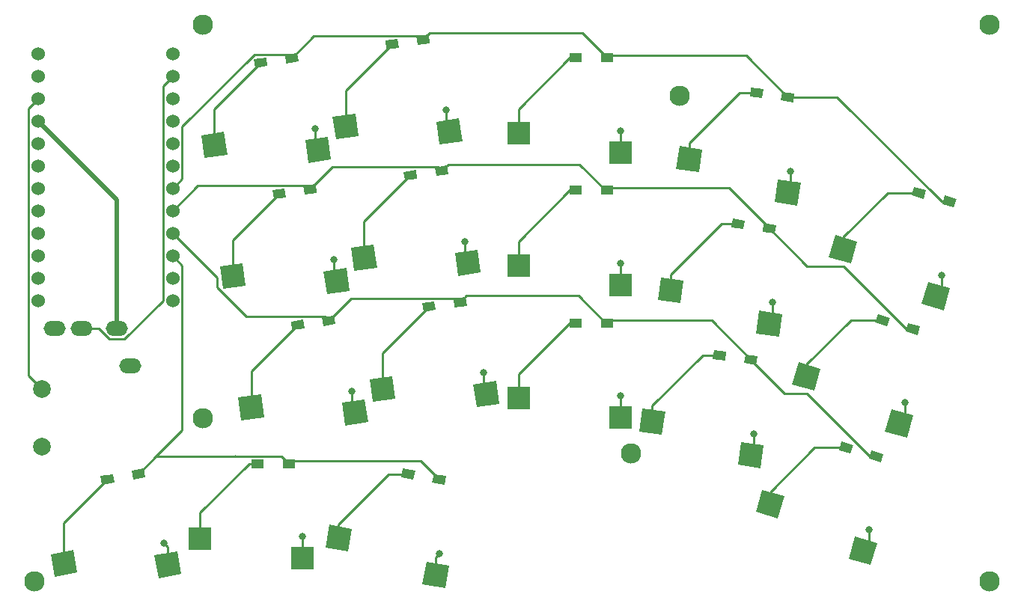
<source format=gbr>
G04 #@! TF.GenerationSoftware,KiCad,Pcbnew,(5.1.9)-1*
G04 #@! TF.CreationDate,2021-03-07T06:52:57-05:00*
G04 #@! TF.ProjectId,ya36,79613336-2e6b-4696-9361-645f70636258,rev?*
G04 #@! TF.SameCoordinates,Original*
G04 #@! TF.FileFunction,Copper,L2,Bot*
G04 #@! TF.FilePolarity,Positive*
%FSLAX46Y46*%
G04 Gerber Fmt 4.6, Leading zero omitted, Abs format (unit mm)*
G04 Created by KiCad (PCBNEW (5.1.9)-1) date 2021-03-07 06:52:57*
%MOMM*%
%LPD*%
G01*
G04 APERTURE LIST*
G04 #@! TA.AperFunction,SMDPad,CuDef*
%ADD10C,0.100000*%
G04 #@! TD*
G04 #@! TA.AperFunction,ComponentPad*
%ADD11C,0.800000*%
G04 #@! TD*
G04 #@! TA.AperFunction,SMDPad,CuDef*
%ADD12R,2.600000X2.600000*%
G04 #@! TD*
G04 #@! TA.AperFunction,ComponentPad*
%ADD13C,1.524000*%
G04 #@! TD*
G04 #@! TA.AperFunction,ComponentPad*
%ADD14C,2.300000*%
G04 #@! TD*
G04 #@! TA.AperFunction,SMDPad,CuDef*
%ADD15R,1.400000X1.000000*%
G04 #@! TD*
G04 #@! TA.AperFunction,ComponentPad*
%ADD16C,2.000000*%
G04 #@! TD*
G04 #@! TA.AperFunction,ComponentPad*
%ADD17O,2.500000X1.700000*%
G04 #@! TD*
G04 #@! TA.AperFunction,Conductor*
%ADD18C,0.250000*%
G04 #@! TD*
G04 #@! TA.AperFunction,Conductor*
%ADD19C,0.500000*%
G04 #@! TD*
G04 APERTURE END LIST*
G04 #@! TA.AperFunction,SMDPad,CuDef*
D10*
G36*
X236575051Y-107134069D02*
G01*
X237291708Y-104634788D01*
X239790989Y-105351445D01*
X239074332Y-107850726D01*
X236575051Y-107134069D01*
G37*
G04 #@! TD.AperFunction*
G04 #@! TA.AperFunction,SMDPad,CuDef*
G36*
X247071222Y-112432456D02*
G01*
X247787879Y-109933175D01*
X250287160Y-110649832D01*
X249570503Y-113149113D01*
X247071222Y-112432456D01*
G37*
G04 #@! TD.AperFunction*
D11*
X249354502Y-109186053D03*
G04 #@! TA.AperFunction,SMDPad,CuDef*
D10*
G36*
X255853961Y-70738139D02*
G01*
X255578324Y-71699401D01*
X254232557Y-71313509D01*
X254508194Y-70352247D01*
X255853961Y-70738139D01*
G37*
G04 #@! TD.AperFunction*
G04 #@! TA.AperFunction,SMDPad,CuDef*
G36*
X259266441Y-71716651D02*
G01*
X258990804Y-72677913D01*
X257645037Y-72292021D01*
X257920674Y-71330759D01*
X259266441Y-71716651D01*
G37*
G04 #@! TD.AperFunction*
G04 #@! TA.AperFunction,SMDPad,CuDef*
G36*
X237427428Y-59297460D02*
G01*
X237288255Y-60287728D01*
X235901880Y-60092886D01*
X236041053Y-59102618D01*
X237427428Y-59297460D01*
G37*
G04 #@! TD.AperFunction*
G04 #@! TA.AperFunction,SMDPad,CuDef*
G36*
X240942880Y-59791524D02*
G01*
X240803707Y-60781792D01*
X239417332Y-60586950D01*
X239556505Y-59596682D01*
X240942880Y-59791524D01*
G37*
G04 #@! TD.AperFunction*
G04 #@! TA.AperFunction,SMDPad,CuDef*
G36*
X251719400Y-85157064D02*
G01*
X251443763Y-86118326D01*
X250097996Y-85732434D01*
X250373633Y-84771172D01*
X251719400Y-85157064D01*
G37*
G04 #@! TD.AperFunction*
G04 #@! TA.AperFunction,SMDPad,CuDef*
G36*
X255131880Y-86135576D02*
G01*
X254856243Y-87096838D01*
X253510476Y-86710946D01*
X253786113Y-85749684D01*
X255131880Y-86135576D01*
G37*
G04 #@! TD.AperFunction*
G04 #@! TA.AperFunction,SMDPad,CuDef*
G36*
X176308582Y-81921033D02*
G01*
X175946731Y-79346336D01*
X178521428Y-78984485D01*
X178883279Y-81559182D01*
X176308582Y-81921033D01*
G37*
G04 #@! TD.AperFunction*
G04 #@! TA.AperFunction,SMDPad,CuDef*
G36*
X188052359Y-82492173D02*
G01*
X187690508Y-79917476D01*
X190265205Y-79555625D01*
X190627056Y-82130322D01*
X188052359Y-82492173D01*
G37*
G04 #@! TD.AperFunction*
D11*
X188817808Y-78597742D03*
G04 #@! TA.AperFunction,SMDPad,CuDef*
D10*
G36*
X227576667Y-68314250D02*
G01*
X227938518Y-65739553D01*
X230513215Y-66101404D01*
X230151364Y-68676101D01*
X227576667Y-68314250D01*
G37*
G04 #@! TD.AperFunction*
G04 #@! TA.AperFunction,SMDPad,CuDef*
G36*
X238708082Y-72100289D02*
G01*
X239069933Y-69525592D01*
X241644630Y-69887443D01*
X241282779Y-72462140D01*
X238708082Y-72100289D01*
G37*
G04 #@! TD.AperFunction*
D11*
X240517330Y-68567709D03*
G04 #@! TA.AperFunction,SMDPad,CuDef*
D10*
G36*
X235339832Y-74151480D02*
G01*
X235200659Y-75141748D01*
X233814284Y-74946906D01*
X233953457Y-73956638D01*
X235339832Y-74151480D01*
G37*
G04 #@! TD.AperFunction*
G04 #@! TA.AperFunction,SMDPad,CuDef*
G36*
X238855284Y-74645544D02*
G01*
X238716111Y-75635812D01*
X237329736Y-75440970D01*
X237468909Y-74450702D01*
X238855284Y-74645544D01*
G37*
G04 #@! TD.AperFunction*
G04 #@! TA.AperFunction,SMDPad,CuDef*
G36*
X157258971Y-114464690D02*
G01*
X156807485Y-111904190D01*
X159367985Y-111452704D01*
X159819471Y-114013204D01*
X157258971Y-114464690D01*
G37*
G04 #@! TD.AperFunction*
G04 #@! TA.AperFunction,SMDPad,CuDef*
G36*
X169015526Y-114625630D02*
G01*
X168564040Y-112065130D01*
X171124540Y-111613644D01*
X171576026Y-114174144D01*
X169015526Y-114625630D01*
G37*
G04 #@! TD.AperFunction*
D11*
X169644595Y-110706858D03*
G04 #@! TA.AperFunction,SMDPad,CuDef*
D10*
G36*
X198146397Y-68450704D02*
G01*
X198285570Y-69440972D01*
X196899195Y-69635814D01*
X196760022Y-68645546D01*
X198146397Y-68450704D01*
G37*
G04 #@! TD.AperFunction*
G04 #@! TA.AperFunction,SMDPad,CuDef*
G36*
X201661849Y-67956640D02*
G01*
X201801022Y-68946908D01*
X200414647Y-69141750D01*
X200275474Y-68151482D01*
X201661849Y-67956640D01*
G37*
G04 #@! TD.AperFunction*
D12*
X209725000Y-79250000D03*
X221275000Y-81450000D03*
D11*
X221275000Y-79000000D03*
G04 #@! TA.AperFunction,SMDPad,CuDef*
D10*
G36*
X240709611Y-92715143D02*
G01*
X241426268Y-90215862D01*
X243925549Y-90932519D01*
X243208892Y-93431800D01*
X240709611Y-92715143D01*
G37*
G04 #@! TD.AperFunction*
G04 #@! TA.AperFunction,SMDPad,CuDef*
G36*
X251205782Y-98013530D02*
G01*
X251922439Y-95514249D01*
X254421720Y-96230906D01*
X253705063Y-98730187D01*
X251205782Y-98013530D01*
G37*
G04 #@! TD.AperFunction*
D11*
X253489062Y-94767127D03*
G04 #@! TA.AperFunction,SMDPad,CuDef*
D10*
G36*
X174220986Y-67067013D02*
G01*
X173859135Y-64492316D01*
X176433832Y-64130465D01*
X176795683Y-66705162D01*
X174220986Y-67067013D01*
G37*
G04 #@! TD.AperFunction*
G04 #@! TA.AperFunction,SMDPad,CuDef*
G36*
X185964763Y-67638153D02*
G01*
X185602912Y-65063456D01*
X188177609Y-64701605D01*
X188539460Y-67276302D01*
X185964763Y-67638153D01*
G37*
G04 #@! TD.AperFunction*
D11*
X186730212Y-63743722D03*
G04 #@! TA.AperFunction,SMDPad,CuDef*
D10*
G36*
X223401474Y-98022292D02*
G01*
X223763325Y-95447595D01*
X226338022Y-95809446D01*
X225976171Y-98384143D01*
X223401474Y-98022292D01*
G37*
G04 #@! TD.AperFunction*
G04 #@! TA.AperFunction,SMDPad,CuDef*
G36*
X234532889Y-101808331D02*
G01*
X234894740Y-99233634D01*
X237469437Y-99595485D01*
X237107586Y-102170182D01*
X234532889Y-101808331D01*
G37*
G04 #@! TD.AperFunction*
D11*
X236342137Y-98275751D03*
G04 #@! TA.AperFunction,SMDPad,CuDef*
D10*
G36*
X225489071Y-83168270D02*
G01*
X225850922Y-80593573D01*
X228425619Y-80955424D01*
X228063768Y-83530121D01*
X225489071Y-83168270D01*
G37*
G04 #@! TD.AperFunction*
G04 #@! TA.AperFunction,SMDPad,CuDef*
G36*
X236620486Y-86954309D02*
G01*
X236982337Y-84379612D01*
X239557034Y-84741463D01*
X239195183Y-87316160D01*
X236620486Y-86954309D01*
G37*
G04 #@! TD.AperFunction*
D11*
X238429734Y-83421729D03*
G04 #@! TA.AperFunction,SMDPad,CuDef*
D10*
G36*
X244844172Y-78296218D02*
G01*
X245560829Y-75796937D01*
X248060110Y-76513594D01*
X247343453Y-79012875D01*
X244844172Y-78296218D01*
G37*
G04 #@! TD.AperFunction*
G04 #@! TA.AperFunction,SMDPad,CuDef*
G36*
X255340343Y-83594605D02*
G01*
X256057000Y-81095324D01*
X258556281Y-81811981D01*
X257839624Y-84311262D01*
X255340343Y-83594605D01*
G37*
G04 #@! TD.AperFunction*
D11*
X257623623Y-80348202D03*
G04 #@! TA.AperFunction,SMDPad,CuDef*
D10*
G36*
X189075007Y-64979416D02*
G01*
X188713156Y-62404719D01*
X191287853Y-62042868D01*
X191649704Y-64617565D01*
X189075007Y-64979416D01*
G37*
G04 #@! TD.AperFunction*
G04 #@! TA.AperFunction,SMDPad,CuDef*
G36*
X200818784Y-65550556D02*
G01*
X200456933Y-62975859D01*
X203031630Y-62614008D01*
X203393481Y-65188705D01*
X200818784Y-65550556D01*
G37*
G04 #@! TD.AperFunction*
D11*
X201584233Y-61656125D03*
G04 #@! TA.AperFunction,SMDPad,CuDef*
D10*
G36*
X191162603Y-79833438D02*
G01*
X190800752Y-77258741D01*
X193375449Y-76896890D01*
X193737300Y-79471587D01*
X191162603Y-79833438D01*
G37*
G04 #@! TD.AperFunction*
G04 #@! TA.AperFunction,SMDPad,CuDef*
G36*
X202906380Y-80404578D02*
G01*
X202544529Y-77829881D01*
X205119226Y-77468030D01*
X205481077Y-80042727D01*
X202906380Y-80404578D01*
G37*
G04 #@! TD.AperFunction*
D11*
X203671829Y-76510147D03*
G04 #@! TA.AperFunction,SMDPad,CuDef*
D10*
G36*
X193250200Y-94687458D02*
G01*
X192888349Y-92112761D01*
X195463046Y-91750910D01*
X195824897Y-94325607D01*
X193250200Y-94687458D01*
G37*
G04 #@! TD.AperFunction*
G04 #@! TA.AperFunction,SMDPad,CuDef*
G36*
X204993977Y-95258598D02*
G01*
X204632126Y-92683901D01*
X207206823Y-92322050D01*
X207568674Y-94896747D01*
X204993977Y-95258598D01*
G37*
G04 #@! TD.AperFunction*
D11*
X205759426Y-91364167D03*
G04 #@! TA.AperFunction,SMDPad,CuDef*
D10*
G36*
X196058801Y-53596682D02*
G01*
X196197974Y-54586950D01*
X194811599Y-54781792D01*
X194672426Y-53791524D01*
X196058801Y-53596682D01*
G37*
G04 #@! TD.AperFunction*
G04 #@! TA.AperFunction,SMDPad,CuDef*
G36*
X199574253Y-53102618D02*
G01*
X199713426Y-54092886D01*
X198327051Y-54287728D01*
X198187878Y-53297460D01*
X199574253Y-53102618D01*
G37*
G04 #@! TD.AperFunction*
G04 #@! TA.AperFunction,SMDPad,CuDef*
G36*
X187881962Y-111139326D02*
G01*
X188333448Y-108578826D01*
X190893948Y-109030312D01*
X190442462Y-111590812D01*
X187881962Y-111139326D01*
G37*
G04 #@! TD.AperFunction*
G04 #@! TA.AperFunction,SMDPad,CuDef*
G36*
X198874466Y-115311540D02*
G01*
X199325952Y-112751040D01*
X201886452Y-113202526D01*
X201434966Y-115763026D01*
X198874466Y-115311540D01*
G37*
G04 #@! TD.AperFunction*
D11*
X200805897Y-111844254D03*
G04 #@! TA.AperFunction,SMDPad,CuDef*
D10*
G36*
X178396179Y-96775054D02*
G01*
X178034328Y-94200357D01*
X180609025Y-93838506D01*
X180970876Y-96413203D01*
X178396179Y-96775054D01*
G37*
G04 #@! TD.AperFunction*
G04 #@! TA.AperFunction,SMDPad,CuDef*
G36*
X190139956Y-97346194D02*
G01*
X189778105Y-94771497D01*
X192352802Y-94409646D01*
X192714653Y-96984343D01*
X190139956Y-97346194D01*
G37*
G04 #@! TD.AperFunction*
D11*
X190905405Y-93451763D03*
D12*
X209725000Y-94250000D03*
X221275000Y-96450000D03*
D11*
X221275000Y-94000000D03*
G04 #@! TA.AperFunction,SMDPad,CuDef*
D10*
G36*
X198041404Y-102471816D02*
G01*
X197867755Y-103456624D01*
X196489024Y-103213516D01*
X196662673Y-102228708D01*
X198041404Y-102471816D01*
G37*
G04 #@! TD.AperFunction*
G04 #@! TA.AperFunction,SMDPad,CuDef*
G36*
X201537472Y-103088268D02*
G01*
X201363823Y-104073076D01*
X199985092Y-103829968D01*
X200158741Y-102845160D01*
X201537472Y-103088268D01*
G37*
G04 #@! TD.AperFunction*
G04 #@! TA.AperFunction,SMDPad,CuDef*
G36*
X163841259Y-102845160D02*
G01*
X164014908Y-103829968D01*
X162636177Y-104073076D01*
X162462528Y-103088268D01*
X163841259Y-102845160D01*
G37*
G04 #@! TD.AperFunction*
G04 #@! TA.AperFunction,SMDPad,CuDef*
G36*
X167337327Y-102228708D02*
G01*
X167510976Y-103213516D01*
X166132245Y-103456624D01*
X165958596Y-102471816D01*
X167337327Y-102228708D01*
G37*
G04 #@! TD.AperFunction*
D13*
X155391400Y-55272000D03*
X155391400Y-57812000D03*
X155391400Y-60352000D03*
X155391400Y-62892000D03*
X155391400Y-65432000D03*
X155391400Y-67972000D03*
X155391400Y-70512000D03*
X155391400Y-73052000D03*
X155391400Y-75592000D03*
X155391400Y-78132000D03*
X155391400Y-80672000D03*
X155391400Y-83212000D03*
X170611400Y-83212000D03*
X170611400Y-80672000D03*
X170611400Y-78132000D03*
X170611400Y-75592000D03*
X170611400Y-73052000D03*
X170611400Y-70512000D03*
X170611400Y-67972000D03*
X170611400Y-65432000D03*
X170611400Y-62892000D03*
X170611400Y-60352000D03*
X170611400Y-57812000D03*
X170611400Y-55272000D03*
D14*
X263000000Y-115000000D03*
D15*
X216225000Y-70750000D03*
X219775000Y-70750000D03*
D14*
X228000000Y-60000000D03*
D16*
X155850000Y-93250000D03*
X155850000Y-99750000D03*
D14*
X222500000Y-100500000D03*
D15*
X180225000Y-101662426D03*
X183775000Y-101662426D03*
G04 #@! TA.AperFunction,SMDPad,CuDef*
D10*
G36*
X233252235Y-89005502D02*
G01*
X233113062Y-89995770D01*
X231726687Y-89800928D01*
X231865860Y-88810660D01*
X233252235Y-89005502D01*
G37*
G04 #@! TD.AperFunction*
G04 #@! TA.AperFunction,SMDPad,CuDef*
G36*
X236767687Y-89499566D02*
G01*
X236628514Y-90489834D01*
X235242139Y-90294992D01*
X235381312Y-89304724D01*
X236767687Y-89499566D01*
G37*
G04 #@! TD.AperFunction*
D15*
X216225000Y-55750000D03*
X219775000Y-55750000D03*
D12*
X173725000Y-110162426D03*
X185275000Y-112362426D03*
D11*
X185275000Y-109912426D03*
G04 #@! TA.AperFunction,SMDPad,CuDef*
D10*
G36*
X181204780Y-55684279D02*
G01*
X181343953Y-56674547D01*
X179957578Y-56869389D01*
X179818405Y-55879121D01*
X181204780Y-55684279D01*
G37*
G04 #@! TD.AperFunction*
G04 #@! TA.AperFunction,SMDPad,CuDef*
G36*
X184720232Y-55190215D02*
G01*
X184859405Y-56180483D01*
X183473030Y-56375325D01*
X183333857Y-55385057D01*
X184720232Y-55190215D01*
G37*
G04 #@! TD.AperFunction*
D14*
X174000000Y-52000000D03*
G04 #@! TA.AperFunction,SMDPad,CuDef*
D10*
G36*
X185379973Y-85392320D02*
G01*
X185519146Y-86382588D01*
X184132771Y-86577430D01*
X183993598Y-85587162D01*
X185379973Y-85392320D01*
G37*
G04 #@! TD.AperFunction*
G04 #@! TA.AperFunction,SMDPad,CuDef*
G36*
X188895425Y-84898256D02*
G01*
X189034598Y-85888524D01*
X187648223Y-86083366D01*
X187509050Y-85093098D01*
X188895425Y-84898256D01*
G37*
G04 #@! TD.AperFunction*
D14*
X263000000Y-52000000D03*
G04 #@! TA.AperFunction,SMDPad,CuDef*
D10*
G36*
X200233994Y-83304724D02*
G01*
X200373167Y-84294992D01*
X198986792Y-84489834D01*
X198847619Y-83499566D01*
X200233994Y-83304724D01*
G37*
G04 #@! TD.AperFunction*
G04 #@! TA.AperFunction,SMDPad,CuDef*
G36*
X203749446Y-82810660D02*
G01*
X203888619Y-83800928D01*
X202502244Y-83995770D01*
X202363071Y-83005502D01*
X203749446Y-82810660D01*
G37*
G04 #@! TD.AperFunction*
D15*
X216225000Y-85750000D03*
X219775000Y-85750000D03*
D14*
X155000000Y-115000000D03*
X174000000Y-96500000D03*
D17*
X165800000Y-90600000D03*
X164300000Y-86400000D03*
X160300000Y-86400000D03*
X157300000Y-86400000D03*
G04 #@! TA.AperFunction,SMDPad,CuDef*
D10*
G36*
X247584840Y-99575990D02*
G01*
X247309203Y-100537252D01*
X245963436Y-100151360D01*
X246239073Y-99190098D01*
X247584840Y-99575990D01*
G37*
G04 #@! TD.AperFunction*
G04 #@! TA.AperFunction,SMDPad,CuDef*
G36*
X250997320Y-100554502D02*
G01*
X250721683Y-101515764D01*
X249375916Y-101129872D01*
X249651553Y-100168610D01*
X250997320Y-100554502D01*
G37*
G04 #@! TD.AperFunction*
G04 #@! TA.AperFunction,SMDPad,CuDef*
G36*
X183292376Y-70538299D02*
G01*
X183431549Y-71528567D01*
X182045174Y-71723409D01*
X181906001Y-70733141D01*
X183292376Y-70538299D01*
G37*
G04 #@! TD.AperFunction*
G04 #@! TA.AperFunction,SMDPad,CuDef*
G36*
X186807828Y-70044235D02*
G01*
X186947001Y-71034503D01*
X185560626Y-71229345D01*
X185421453Y-70239077D01*
X186807828Y-70044235D01*
G37*
G04 #@! TD.AperFunction*
D12*
X209725000Y-64250000D03*
X221275000Y-66450000D03*
D11*
X221275000Y-64000000D03*
D18*
X184096631Y-55782770D02*
X186607729Y-53271672D01*
X171698401Y-63539489D02*
X179878621Y-55359269D01*
X199705756Y-52940069D02*
X216965069Y-52940069D01*
X183673130Y-55359269D02*
X184096631Y-55782770D01*
X186607729Y-53271672D02*
X198527151Y-53271672D01*
X170611400Y-70512000D02*
X171698401Y-69424999D01*
X216965069Y-52940069D02*
X219775000Y-55750000D01*
X198950652Y-53695173D02*
X199705756Y-52940069D01*
X257579794Y-72004336D02*
X258455739Y-72004336D01*
X240180106Y-60189237D02*
X245764695Y-60189237D01*
X198527151Y-53271672D02*
X198950652Y-53695173D01*
X235470568Y-55479699D02*
X240180106Y-60189237D01*
X245764695Y-60189237D02*
X257579794Y-72004336D01*
X220045301Y-55479699D02*
X235470568Y-55479699D01*
X171698401Y-69424999D02*
X171698401Y-63539489D01*
X219775000Y-55750000D02*
X220045301Y-55479699D01*
X179878621Y-55359269D02*
X183673130Y-55359269D01*
X251478834Y-71025824D02*
X255043259Y-71025824D01*
X246452141Y-76052517D02*
X251478834Y-71025824D01*
X246452141Y-77404906D02*
X246452141Y-76052517D01*
X234759854Y-59695173D02*
X236664654Y-59695173D01*
X229044941Y-67207827D02*
X229044941Y-65410086D01*
X229044941Y-65410086D02*
X234759854Y-59695173D01*
X209725000Y-61534666D02*
X215509666Y-55750000D01*
X209725000Y-64250000D02*
X209725000Y-61534666D01*
X215509666Y-55750000D02*
X216225000Y-55750000D01*
X190181430Y-59443007D02*
X195435200Y-54189237D01*
X190181430Y-63511142D02*
X190181430Y-59443007D01*
X175327409Y-61530604D02*
X180581179Y-56276834D01*
X175327409Y-65598739D02*
X175327409Y-61530604D01*
X247344273Y-85444749D02*
X250908698Y-85444749D01*
X242317580Y-90471442D02*
X247344273Y-85444749D01*
X242317580Y-91823831D02*
X242317580Y-90471442D01*
X188714518Y-68106499D02*
X200595552Y-68106499D01*
X242387138Y-79337885D02*
X238092510Y-75043257D01*
X246507593Y-79337885D02*
X242387138Y-79337885D01*
X253592969Y-86423261D02*
X246507593Y-79337885D01*
X201038248Y-68549195D02*
X201793352Y-67794091D01*
X254321178Y-86423261D02*
X253592969Y-86423261D01*
X233528952Y-70479699D02*
X238092510Y-75043257D01*
X173469306Y-70194094D02*
X185741531Y-70194094D01*
X219775000Y-70750000D02*
X220045301Y-70479699D01*
X200595552Y-68106499D02*
X201038248Y-68549195D01*
X220045301Y-70479699D02*
X233528952Y-70479699D01*
X201793352Y-67794091D02*
X216643089Y-67794091D01*
X219598998Y-70750000D02*
X219775000Y-70750000D01*
X186184227Y-70636790D02*
X188714518Y-68106499D01*
X170611400Y-73052000D02*
X173469306Y-70194094D01*
X185741531Y-70194094D02*
X186184227Y-70636790D01*
X216643089Y-67794091D02*
X219598998Y-70750000D01*
X226957345Y-80264106D02*
X232672258Y-74549193D01*
X232672258Y-74549193D02*
X234577058Y-74549193D01*
X226957345Y-82061847D02*
X226957345Y-80264106D01*
X209725000Y-79250000D02*
X209725000Y-76534666D01*
X215509666Y-70750000D02*
X216225000Y-70750000D01*
X209725000Y-76534666D02*
X215509666Y-70750000D01*
X192269026Y-74297029D02*
X197522796Y-69043259D01*
X192269026Y-78365164D02*
X192269026Y-74297029D01*
X177415005Y-80452759D02*
X177415005Y-76384624D01*
X177415005Y-76384624D02*
X182668775Y-71130854D01*
X238183020Y-104890368D02*
X243209713Y-99863675D01*
X243209713Y-99863675D02*
X246774138Y-99863675D01*
X238183020Y-106242757D02*
X238183020Y-104890368D01*
X242373032Y-93756810D02*
X239864444Y-93756810D01*
X175621721Y-80602321D02*
X175621721Y-81693807D01*
X220045301Y-85479699D02*
X231587333Y-85479699D01*
X203125845Y-83403215D02*
X203880949Y-82648111D01*
X249458409Y-100842187D02*
X242373032Y-93756810D01*
X219775000Y-85750000D02*
X220045301Y-85479699D01*
X190802116Y-82960519D02*
X202683149Y-82960519D01*
X239864444Y-93756810D02*
X236004913Y-89897279D01*
X175621721Y-81693807D02*
X178976029Y-85048115D01*
X178976029Y-85048115D02*
X187829128Y-85048115D01*
X188271824Y-85490811D02*
X190802116Y-82960519D01*
X170611400Y-75592000D02*
X175621721Y-80602321D01*
X187829128Y-85048115D02*
X188271824Y-85490811D01*
X219598998Y-85750000D02*
X219775000Y-85750000D01*
X250186618Y-100842187D02*
X249458409Y-100842187D01*
X202683149Y-82960519D02*
X203125845Y-83403215D01*
X231587333Y-85479699D02*
X236004913Y-89897279D01*
X216497109Y-82648111D02*
X219598998Y-85750000D01*
X203880949Y-82648111D02*
X216497109Y-82648111D01*
X224869748Y-96915869D02*
X224869748Y-95118128D01*
X224869748Y-95118128D02*
X230584661Y-89403215D01*
X230584661Y-89403215D02*
X232489461Y-89403215D01*
X209725000Y-94250000D02*
X209725000Y-91534666D01*
X215509666Y-85750000D02*
X216225000Y-85750000D01*
X209725000Y-91534666D02*
X215509666Y-85750000D01*
X194356623Y-93219184D02*
X194356623Y-89151049D01*
X194356623Y-89151049D02*
X199610393Y-83897279D01*
X179502602Y-91238645D02*
X184756372Y-85984875D01*
X179502602Y-95306780D02*
X179502602Y-91238645D01*
X183775000Y-101662426D02*
X184045301Y-101392125D01*
X171698401Y-79219001D02*
X170611400Y-78132000D01*
X168740027Y-100837425D02*
X177662425Y-100837425D01*
X171698401Y-97879051D02*
X171698401Y-79219001D01*
X166734786Y-102842666D02*
X168740027Y-100837425D01*
X177662425Y-100837425D02*
X182949999Y-100837425D01*
X198694289Y-101392125D02*
X200761282Y-103459118D01*
X182949999Y-100837425D02*
X183775000Y-101662426D01*
X177709318Y-100790532D02*
X177662425Y-100837425D01*
X184045301Y-101392125D02*
X198694289Y-101392125D01*
X168740027Y-100837425D02*
X171698401Y-97879051D01*
X195062641Y-102842666D02*
X197265214Y-102842666D01*
X189387955Y-108517352D02*
X195062641Y-102842666D01*
X189387955Y-110084819D02*
X189387955Y-108517352D01*
X179275000Y-101662426D02*
X180225000Y-101662426D01*
X173725000Y-110162426D02*
X173725000Y-107212426D01*
X173725000Y-107212426D02*
X179275000Y-101662426D01*
X158313478Y-108384358D02*
X163238718Y-103459118D01*
X158313478Y-112958697D02*
X158313478Y-108384358D01*
D19*
X164300000Y-71800600D02*
X164300000Y-86400000D01*
X155391400Y-62892000D02*
X164300000Y-71800600D01*
D18*
X169524399Y-58899001D02*
X170611400Y-57812000D01*
X165186705Y-87575010D02*
X169524399Y-83237316D01*
X163413295Y-87575010D02*
X165186705Y-87575010D01*
X169524399Y-83237316D02*
X169524399Y-58899001D01*
X160300000Y-86400000D02*
X162238285Y-86400000D01*
X162238285Y-86400000D02*
X163413295Y-87575010D01*
X249354502Y-109186053D02*
X249354502Y-110865833D01*
X253489062Y-96446907D02*
X252813751Y-97122218D01*
X253489062Y-94767127D02*
X253489062Y-96446907D01*
X249354502Y-110865833D02*
X248679191Y-111541144D01*
X257623623Y-80348202D02*
X257623623Y-82027982D01*
X257623623Y-82027982D02*
X256948312Y-82703293D01*
X240517330Y-68567709D02*
X240517330Y-70652892D01*
X236342137Y-100360934D02*
X236001163Y-100701908D01*
X236342137Y-98275751D02*
X236342137Y-100360934D01*
X238429734Y-83421729D02*
X238429734Y-85506912D01*
X240517330Y-70652892D02*
X240176356Y-70993866D01*
X238429734Y-85506912D02*
X238088760Y-85847886D01*
X221275000Y-64000000D02*
X221275000Y-66450000D01*
X221275000Y-94000000D02*
X221275000Y-96450000D01*
X221275000Y-79000000D02*
X221275000Y-81450000D01*
X200380459Y-114257033D02*
X200380459Y-112269692D01*
X200380459Y-112269692D02*
X200805897Y-111844254D01*
X201584233Y-63741308D02*
X201925207Y-64082282D01*
X205759426Y-91364167D02*
X205759426Y-93449350D01*
X205759426Y-93449350D02*
X206100400Y-93790324D01*
X185275000Y-112362426D02*
X185275000Y-109912426D01*
X203671829Y-78595330D02*
X204012803Y-78936304D01*
X201584233Y-61656125D02*
X201584233Y-63741308D01*
X203671829Y-76510147D02*
X203671829Y-78595330D01*
X188817808Y-80682925D02*
X189158782Y-81023899D01*
X190905405Y-93451763D02*
X190905405Y-95536946D01*
X188817808Y-78597742D02*
X188817808Y-80682925D01*
X170070033Y-111132296D02*
X169644595Y-110706858D01*
X190905405Y-95536946D02*
X191246379Y-95877920D01*
X170070033Y-113119637D02*
X170070033Y-111132296D01*
X186730212Y-65828905D02*
X187071186Y-66169879D01*
X186730212Y-63743722D02*
X186730212Y-65828905D01*
X154304399Y-61439001D02*
X155391400Y-60352000D01*
X155850000Y-93250000D02*
X154304399Y-91704399D01*
X154304399Y-91704399D02*
X154304399Y-61439001D01*
M02*

</source>
